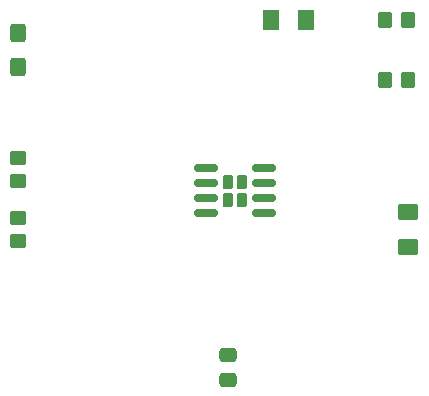
<source format=gbr>
%TF.GenerationSoftware,KiCad,Pcbnew,7.0.8*%
%TF.CreationDate,2023-10-28T09:33:15-07:00*%
%TF.ProjectId,lab2 KiCad,6c616232-204b-4694-9361-642e6b696361,rev?*%
%TF.SameCoordinates,Original*%
%TF.FileFunction,Paste,Top*%
%TF.FilePolarity,Positive*%
%FSLAX46Y46*%
G04 Gerber Fmt 4.6, Leading zero omitted, Abs format (unit mm)*
G04 Created by KiCad (PCBNEW 7.0.8) date 2023-10-28 09:33:15*
%MOMM*%
%LPD*%
G01*
G04 APERTURE LIST*
G04 Aperture macros list*
%AMRoundRect*
0 Rectangle with rounded corners*
0 $1 Rounding radius*
0 $2 $3 $4 $5 $6 $7 $8 $9 X,Y pos of 4 corners*
0 Add a 4 corners polygon primitive as box body*
4,1,4,$2,$3,$4,$5,$6,$7,$8,$9,$2,$3,0*
0 Add four circle primitives for the rounded corners*
1,1,$1+$1,$2,$3*
1,1,$1+$1,$4,$5*
1,1,$1+$1,$6,$7*
1,1,$1+$1,$8,$9*
0 Add four rect primitives between the rounded corners*
20,1,$1+$1,$2,$3,$4,$5,0*
20,1,$1+$1,$4,$5,$6,$7,0*
20,1,$1+$1,$6,$7,$8,$9,0*
20,1,$1+$1,$8,$9,$2,$3,0*%
G04 Aperture macros list end*
%ADD10RoundRect,0.250000X0.450000X-0.350000X0.450000X0.350000X-0.450000X0.350000X-0.450000X-0.350000X0*%
%ADD11RoundRect,0.250001X0.462499X0.624999X-0.462499X0.624999X-0.462499X-0.624999X0.462499X-0.624999X0*%
%ADD12RoundRect,0.230000X0.230000X0.375000X-0.230000X0.375000X-0.230000X-0.375000X0.230000X-0.375000X0*%
%ADD13RoundRect,0.150000X0.825000X0.150000X-0.825000X0.150000X-0.825000X-0.150000X0.825000X-0.150000X0*%
%ADD14RoundRect,0.250000X-0.475000X0.337500X-0.475000X-0.337500X0.475000X-0.337500X0.475000X0.337500X0*%
%ADD15RoundRect,0.250001X-0.624999X0.462499X-0.624999X-0.462499X0.624999X-0.462499X0.624999X0.462499X0*%
%ADD16RoundRect,0.250000X-0.350000X-0.450000X0.350000X-0.450000X0.350000X0.450000X-0.350000X0.450000X0*%
%ADD17RoundRect,0.250000X0.425000X-0.537500X0.425000X0.537500X-0.425000X0.537500X-0.425000X-0.537500X0*%
G04 APERTURE END LIST*
D10*
%TO.C,R2*%
X162560000Y-107680000D03*
X162560000Y-105680000D03*
%TD*%
D11*
%TO.C,D1*%
X186907500Y-93980000D03*
X183932500Y-93980000D03*
%TD*%
D12*
%TO.C,U1*%
X181480000Y-109220000D03*
X181480000Y-107720000D03*
X180340000Y-109220000D03*
X180340000Y-107720000D03*
D13*
X183385000Y-110375000D03*
X183385000Y-109105000D03*
X183385000Y-107835000D03*
X183385000Y-106565000D03*
X178435000Y-106565000D03*
X178435000Y-107835000D03*
X178435000Y-109105000D03*
X178435000Y-110375000D03*
%TD*%
D14*
%TO.C,C2*%
X180340000Y-122385000D03*
X180340000Y-124460000D03*
%TD*%
D10*
%TO.C,R1*%
X162560000Y-112760000D03*
X162560000Y-110760000D03*
%TD*%
D15*
%TO.C,D2*%
X195580000Y-110272500D03*
X195580000Y-113247500D03*
%TD*%
D16*
%TO.C,R3*%
X193580000Y-93980000D03*
X195580000Y-93980000D03*
%TD*%
D17*
%TO.C,C1*%
X162560000Y-97957500D03*
X162560000Y-95082500D03*
%TD*%
D16*
%TO.C,R4*%
X193580000Y-99060000D03*
X195580000Y-99060000D03*
%TD*%
M02*

</source>
